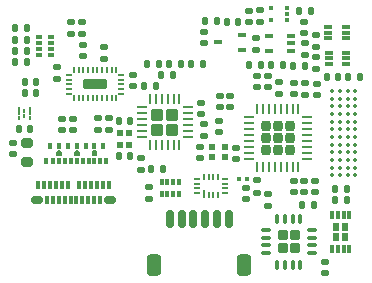
<source format=gbr>
G04 #@! TF.GenerationSoftware,KiCad,Pcbnew,5.99.0-unknown-r23941-4f651901*
G04 #@! TF.CreationDate,2020-11-30T00:39:06+01:00*
G04 #@! TF.ProjectId,sdrewire,73647265-7769-4726-952e-6b696361645f,rev?*
G04 #@! TF.SameCoordinates,PX70d1d60PY66b5f20*
G04 #@! TF.FileFunction,Paste,Top*
G04 #@! TF.FilePolarity,Positive*
%FSLAX46Y46*%
G04 Gerber Fmt 4.6, Leading zero omitted, Abs format (unit mm)*
G04 Created by KiCad (PCBNEW 5.99.0-unknown-r23941-4f651901) date 2020-11-30 00:39:06*
%MOMM*%
%LPD*%
G01*
G04 APERTURE LIST*
G04 Aperture macros list*
%AMRoundRect*
0 Rectangle with rounded corners*
0 $1 Rounding radius*
0 $2 $3 $4 $5 $6 $7 $8 $9 X,Y pos of 4 corners*
0 Add a 4 corners polygon primitive as box body*
4,1,4,$2,$3,$4,$5,$6,$7,$8,$9,$2,$3,0*
0 Add four circle primitives for the rounded corners*
1,1,$1+$1,$2,$3,0*
1,1,$1+$1,$4,$5,0*
1,1,$1+$1,$6,$7,0*
1,1,$1+$1,$8,$9,0*
0 Add four rect primitives between the rounded corners*
20,1,$1+$1,$2,$3,$4,$5,0*
20,1,$1+$1,$4,$5,$6,$7,0*
20,1,$1+$1,$6,$7,$8,$9,0*
20,1,$1+$1,$8,$9,$2,$3,0*%
G04 Aperture macros list end*
%ADD10RoundRect,0.135000X-0.135000X-0.185000X0.135000X-0.185000X0.135000X0.185000X-0.135000X0.185000X0*%
%ADD11RoundRect,0.140000X0.170000X-0.140000X0.170000X0.140000X-0.170000X0.140000X-0.170000X-0.140000X0*%
%ADD12RoundRect,0.150000X-0.150000X-0.625000X0.150000X-0.625000X0.150000X0.625000X-0.150000X0.625000X0*%
%ADD13RoundRect,0.250000X-0.350000X-0.650000X0.350000X-0.650000X0.350000X0.650000X-0.350000X0.650000X0*%
%ADD14RoundRect,0.250000X0.275000X-0.275000X0.275000X0.275000X-0.275000X0.275000X-0.275000X-0.275000X0*%
%ADD15RoundRect,0.062500X0.062500X-0.350000X0.062500X0.350000X-0.062500X0.350000X-0.062500X-0.350000X0*%
%ADD16RoundRect,0.062500X0.350000X-0.062500X0.350000X0.062500X-0.350000X0.062500X-0.350000X-0.062500X0*%
%ADD17RoundRect,0.140000X-0.170000X0.140000X-0.170000X-0.140000X0.170000X-0.140000X0.170000X0.140000X0*%
%AMFp18*
4,1,18,0.050000,0.250000,0.069134,0.246194,0.085355,0.235355,0.096194,0.219134,0.100000,0.200000,0.099999,-0.200000,0.096193,-0.219134,0.085354,-0.235355,0.069133,-0.246194,0.049999,-0.250000,-0.050000,-0.250000,-0.069134,-0.246194,-0.085355,-0.235355,-0.096194,-0.219134,-0.100000,-0.200000,-0.099999,0.160000,-0.009999,0.250000,0.050000,0.250000,0.050000,0.250000,$1*%
%ADD18Fp18,180.000000*%
%ADD19RoundRect,0.050000X0.050000X0.200000X-0.050000X0.200000X-0.050000X-0.200000X0.050000X-0.200000X0*%
%AMFp20*
4,1,18,0.096193,-0.219134,0.085354,-0.235355,0.069133,-0.246194,0.049999,-0.250000,-0.050000,-0.250000,-0.069134,-0.246194,-0.085355,-0.235355,-0.096194,-0.219134,-0.100000,-0.200000,-0.099999,0.200000,-0.096193,0.219134,-0.085354,0.235355,-0.069133,0.246194,-0.049999,0.250000,0.010000,0.250000,0.100000,0.160000,0.099999,-0.200000,0.096193,-0.219134,0.096193,-0.219134,$1*%
%ADD20Fp20,180.000000*%
%AMFp21*
4,1,18,0.050000,0.250000,0.069134,0.246194,0.085355,0.235354,0.096194,0.219133,0.100000,0.199999,0.099999,-0.200000,0.096193,-0.219134,0.085354,-0.235355,0.069133,-0.246194,0.049999,-0.250000,-0.050000,-0.250000,-0.069134,-0.246194,-0.085355,-0.235354,-0.096194,-0.219133,-0.100000,-0.199999,-0.099999,0.160000,-0.009999,0.250000,0.050000,0.250000,0.050000,0.250000,$1*%
%ADD21Fp21,270.000000*%
%ADD22RoundRect,0.050000X-0.200000X0.050000X-0.200000X-0.050000X0.200000X-0.050000X0.200000X0.050000X0*%
%AMFp23*
4,1,18,0.096193,-0.219134,0.085354,-0.235355,0.069133,-0.246194,0.049999,-0.250000,-0.050000,-0.250000,-0.069134,-0.246194,-0.085355,-0.235354,-0.096194,-0.219133,-0.100000,-0.199999,-0.099999,0.200000,-0.096193,0.219134,-0.085354,0.235355,-0.069133,0.246194,-0.049999,0.250000,0.010000,0.250000,0.100000,0.159999,0.099999,-0.200000,0.096193,-0.219134,0.096193,-0.219134,$1*%
%ADD23Fp23,270.000000*%
%AMFp24*
4,1,18,0.050000,0.250000,0.069134,0.246194,0.085355,0.235355,0.096194,0.219134,0.100000,0.200000,0.100000,-0.200000,0.096194,-0.219134,0.085355,-0.235355,0.069134,-0.246194,0.050000,-0.250000,-0.050000,-0.250000,-0.069134,-0.246194,-0.085355,-0.235355,-0.096194,-0.219134,-0.100000,-0.200000,-0.100000,0.160000,-0.010000,0.250000,0.050000,0.250000,0.050000,0.250000,$1*%
%ADD24Fp24,0.000000*%
%ADD25RoundRect,0.050000X-0.050000X-0.200000X0.050000X-0.200000X0.050000X0.200000X-0.050000X0.200000X0*%
%AMFp26*
4,1,18,0.096194,-0.219134,0.085355,-0.235355,0.069134,-0.246194,0.050000,-0.250000,-0.050000,-0.250000,-0.069134,-0.246194,-0.085355,-0.235355,-0.096194,-0.219134,-0.100000,-0.200000,-0.100000,0.200000,-0.096194,0.219134,-0.085355,0.235355,-0.069134,0.246194,-0.050000,0.250000,0.010000,0.250000,0.100000,0.160000,0.100000,-0.200000,0.096194,-0.219134,0.096194,-0.219134,$1*%
%ADD26Fp26,0.000000*%
%AMFp27*
4,1,18,0.050000,0.250000,0.069134,0.246194,0.085355,0.235355,0.096194,0.219134,0.100000,0.200000,0.099999,-0.200000,0.096193,-0.219134,0.085354,-0.235355,0.069133,-0.246194,0.049999,-0.250000,-0.050000,-0.250000,-0.069134,-0.246194,-0.085355,-0.235355,-0.096194,-0.219134,-0.100000,-0.200000,-0.099999,0.160000,-0.009999,0.250000,0.050000,0.250000,0.050000,0.250000,$1*%
%ADD27Fp27,90.000000*%
%ADD28RoundRect,0.050000X0.200000X-0.050000X0.200000X0.050000X-0.200000X0.050000X-0.200000X-0.050000X0*%
%AMFp29*
4,1,18,0.096193,-0.219134,0.085354,-0.235355,0.069133,-0.246194,0.049999,-0.250000,-0.050000,-0.250000,-0.069134,-0.246194,-0.085355,-0.235355,-0.096194,-0.219134,-0.100000,-0.200000,-0.099999,0.200000,-0.096193,0.219134,-0.085354,0.235355,-0.069133,0.246194,-0.049999,0.250000,0.010000,0.250000,0.100000,0.160000,0.099999,-0.200000,0.096193,-0.219134,0.096193,-0.219134,$1*%
%ADD29Fp29,90.000000*%
%ADD30RoundRect,0.076800X0.947200X-0.307200X0.947200X0.307200X-0.947200X0.307200X-0.947200X-0.307200X0*%
%ADD31RoundRect,0.140000X0.140000X0.170000X-0.140000X0.170000X-0.140000X-0.170000X0.140000X-0.170000X0*%
%ADD32R,0.700000X0.450000*%
%ADD33RoundRect,0.140000X-0.140000X-0.170000X0.140000X-0.170000X0.140000X0.170000X-0.140000X0.170000X0*%
%ADD34RoundRect,0.135000X0.135000X0.185000X-0.135000X0.185000X-0.135000X-0.185000X0.135000X-0.185000X0*%
%ADD35RoundRect,0.135000X-0.185000X0.135000X-0.185000X-0.135000X0.185000X-0.135000X0.185000X0.135000X0*%
%ADD36R,0.600000X0.500000*%
%ADD37R,0.700000X0.340000*%
%ADD38RoundRect,0.135000X0.185000X-0.135000X0.185000X0.135000X-0.185000X0.135000X-0.185000X-0.135000X0*%
%ADD39RoundRect,0.147500X-0.147500X-0.172500X0.147500X-0.172500X0.147500X0.172500X-0.147500X0.172500X0*%
%ADD40R,0.500000X0.400000*%
%ADD41R,0.500000X0.300000*%
%ADD42RoundRect,0.060000X-0.060000X-0.130000X0.060000X-0.130000X0.060000X0.130000X-0.060000X0.130000X0*%
%ADD43RoundRect,0.062500X-0.062500X-0.087500X0.062500X-0.087500X0.062500X0.087500X-0.062500X0.087500X0*%
%ADD44RoundRect,0.207500X-0.207500X-0.207500X0.207500X-0.207500X0.207500X0.207500X-0.207500X0.207500X0*%
%ADD45RoundRect,0.062500X-0.375000X-0.062500X0.375000X-0.062500X0.375000X0.062500X-0.375000X0.062500X0*%
%ADD46RoundRect,0.062500X-0.062500X-0.375000X0.062500X-0.375000X0.062500X0.375000X-0.062500X0.375000X0*%
%ADD47RoundRect,0.079500X0.079500X0.100500X-0.079500X0.100500X-0.079500X-0.100500X0.079500X-0.100500X0*%
%ADD48C,0.350000*%
%ADD49RoundRect,0.212500X0.212500X0.212500X-0.212500X0.212500X-0.212500X-0.212500X0.212500X-0.212500X0*%
%ADD50RoundRect,0.075000X0.350000X0.075000X-0.350000X0.075000X-0.350000X-0.075000X0.350000X-0.075000X0*%
%ADD51RoundRect,0.075000X0.075000X0.350000X-0.075000X0.350000X-0.075000X-0.350000X0.075000X-0.350000X0*%
%ADD52R,0.450000X0.500000*%
%ADD53R,0.300000X0.500000*%
%ADD54O,0.200000X0.700000*%
%ADD55O,0.200000X0.600000*%
%ADD56O,0.600000X0.200000*%
%ADD57RoundRect,0.200000X0.275000X-0.200000X0.275000X0.200000X-0.275000X0.200000X-0.275000X-0.200000X0*%
%ADD58R,0.500000X0.600000*%
%ADD59RoundRect,0.075000X-0.075000X-0.275000X0.075000X-0.275000X0.075000X0.275000X-0.075000X0.275000X0*%
%ADD60RoundRect,0.175000X-0.325000X-0.175000X0.325000X-0.175000X0.325000X0.175000X-0.325000X0.175000X0*%
%ADD61R,0.450000X0.300000*%
%ADD62R,0.580000X0.710000*%
%ADD63R,0.300000X0.750000*%
%ADD64R,0.650000X0.400000*%
%ADD65R,0.400000X0.500000*%
G04 APERTURE END LIST*
D10*
G04 #@! TO.C,R11*
X17090000Y21860000D03*
X18110000Y21860000D03*
G04 #@! TD*
D11*
G04 #@! TO.C,C40*
X21730000Y21830000D03*
X21730000Y22790000D03*
G04 #@! TD*
D12*
G04 #@! TO.C,J2*
X14100000Y5120000D03*
X15100000Y5120000D03*
X16100000Y5120000D03*
X17100000Y5120000D03*
X18100000Y5120000D03*
X19100000Y5120000D03*
D13*
X12800000Y1245000D03*
X20400000Y1245000D03*
G04 #@! TD*
D14*
G04 #@! TO.C,U4*
X14320000Y12680000D03*
X13020000Y12680000D03*
X13020000Y13980000D03*
X14320000Y13980000D03*
D15*
X12420000Y11392500D03*
X12920000Y11392500D03*
X13420000Y11392500D03*
X13920000Y11392500D03*
X14420000Y11392500D03*
X14920000Y11392500D03*
D16*
X15607500Y12080000D03*
X15607500Y12580000D03*
X15607500Y13080000D03*
X15607500Y13580000D03*
X15607500Y14080000D03*
X15607500Y14580000D03*
D15*
X14920000Y15267500D03*
X14420000Y15267500D03*
X13920000Y15267500D03*
X13420000Y15267500D03*
X12920000Y15267500D03*
X12420000Y15267500D03*
D16*
X11732500Y14580000D03*
X11732500Y14080000D03*
X11732500Y13580000D03*
X11732500Y13080000D03*
X11732500Y12580000D03*
X11732500Y12080000D03*
G04 #@! TD*
D17*
G04 #@! TO.C,C51*
X22450000Y17240000D03*
X22450000Y16280000D03*
G04 #@! TD*
D11*
G04 #@! TO.C,C6*
X8010000Y12700000D03*
X8010000Y13660000D03*
G04 #@! TD*
D17*
G04 #@! TO.C,C38*
X20570000Y7790000D03*
X20570000Y6830000D03*
G04 #@! TD*
D18*
G04 #@! TO.C,U2*
X9580000Y17740000D03*
D19*
X9180000Y17740000D03*
X8780000Y17740000D03*
X8380000Y17740000D03*
X7980000Y17740000D03*
X7580000Y17740000D03*
X7180000Y17740000D03*
X6780000Y17740000D03*
X6380000Y17740000D03*
D20*
X5980000Y17740000D03*
D21*
X5580000Y17340000D03*
D22*
X5580000Y16940000D03*
X5580000Y16540000D03*
X5580000Y16140000D03*
D23*
X5580000Y15740000D03*
D24*
X5980000Y15340000D03*
D25*
X6380000Y15340000D03*
X6780000Y15340000D03*
X7180000Y15340000D03*
X7580000Y15340000D03*
X7980000Y15340000D03*
X8380000Y15340000D03*
X8780000Y15340000D03*
X9180000Y15340000D03*
D26*
X9580000Y15340000D03*
D27*
X9980000Y15740000D03*
D28*
X9980000Y16140000D03*
X9980000Y16540000D03*
X9980000Y16940000D03*
D29*
X9980000Y17340000D03*
D30*
X7780000Y16540000D03*
G04 #@! TD*
D31*
G04 #@! TO.C,C42*
X19920000Y21850000D03*
X18960000Y21850000D03*
G04 #@! TD*
D10*
G04 #@! TO.C,R10*
X29190000Y17170000D03*
X30210000Y17170000D03*
G04 #@! TD*
D32*
G04 #@! TO.C,Q2*
X20190000Y19440000D03*
X20190000Y20740000D03*
X18190000Y20090000D03*
G04 #@! TD*
D11*
G04 #@! TO.C,C8*
X5950455Y12669654D03*
X5950455Y13629654D03*
G04 #@! TD*
D33*
G04 #@! TO.C,C10*
X1840000Y16740000D03*
X2800000Y16740000D03*
G04 #@! TD*
D34*
G04 #@! TO.C,R1*
X13210000Y18260000D03*
X12190000Y18260000D03*
G04 #@! TD*
D35*
G04 #@! TO.C,R6*
X8560000Y19730000D03*
X8560000Y18710000D03*
G04 #@! TD*
D36*
G04 #@! TO.C,Y2*
X17670000Y10400000D03*
X18770000Y10400000D03*
X18770000Y11200000D03*
X17670000Y11200000D03*
G04 #@! TD*
D10*
G04 #@! TO.C,R24*
X24550000Y18120000D03*
X25570000Y18120000D03*
G04 #@! TD*
D37*
G04 #@! TO.C,Q1*
X27550000Y19230000D03*
X27550000Y18730000D03*
X27550000Y18230000D03*
X29050000Y18230000D03*
X29050000Y18730000D03*
X29050000Y19230000D03*
G04 #@! TD*
D10*
G04 #@! TO.C,R9*
X25020000Y22740000D03*
X26040000Y22740000D03*
G04 #@! TD*
D17*
G04 #@! TO.C,C37*
X22420000Y7230000D03*
X22420000Y6270000D03*
G04 #@! TD*
D11*
G04 #@! TO.C,C44*
X25510000Y20880000D03*
X25510000Y21840000D03*
G04 #@! TD*
D38*
G04 #@! TO.C,R3*
X11650000Y9300000D03*
X11650000Y10320000D03*
G04 #@! TD*
D11*
G04 #@! TO.C,C9*
X8930000Y12700000D03*
X8930000Y13660000D03*
G04 #@! TD*
D39*
G04 #@! TO.C,D1*
X1040000Y21270000D03*
X2010000Y21270000D03*
G04 #@! TD*
D17*
G04 #@! TO.C,C50*
X21530000Y17240000D03*
X21530000Y16280000D03*
G04 #@! TD*
D33*
G04 #@! TO.C,C7*
X1840000Y15820000D03*
X2800000Y15820000D03*
G04 #@! TD*
G04 #@! TO.C,C57*
X28120000Y6730000D03*
X29080000Y6730000D03*
G04 #@! TD*
D11*
G04 #@! TO.C,C55*
X24630000Y15720000D03*
X24630000Y16680000D03*
G04 #@! TD*
D40*
G04 #@! TO.C,RN1*
X3025000Y20530000D03*
D41*
X3025000Y20030000D03*
X3025000Y19530000D03*
D40*
X3025000Y19030000D03*
X4025000Y19030000D03*
D41*
X4025000Y19530000D03*
X4025000Y20030000D03*
D40*
X4025000Y20530000D03*
G04 #@! TD*
D31*
G04 #@! TO.C,C46*
X28380000Y17160000D03*
X27420000Y17160000D03*
G04 #@! TD*
D42*
G04 #@! TO.C,U1*
X1780000Y13845000D03*
X1780000Y14315000D03*
D43*
X1305000Y14480000D03*
X1305000Y14080000D03*
X1305000Y13680000D03*
X2255000Y13680000D03*
X2255000Y14080000D03*
X2255000Y14480000D03*
G04 #@! TD*
D10*
G04 #@! TO.C,R8*
X11890000Y16430000D03*
X12910000Y16430000D03*
G04 #@! TD*
D35*
G04 #@! TO.C,R29*
X21370000Y20480000D03*
X21370000Y19460000D03*
G04 #@! TD*
D37*
G04 #@! TO.C,Q3*
X27530000Y21420000D03*
X27530000Y20920000D03*
X27530000Y20420000D03*
X29030000Y20420000D03*
X29030000Y20920000D03*
X29030000Y21420000D03*
G04 #@! TD*
D34*
G04 #@! TO.C,R2*
X14340000Y17310000D03*
X13320000Y17310000D03*
G04 #@! TD*
D38*
G04 #@! TO.C,R31*
X21490000Y7380000D03*
X21490000Y8400000D03*
G04 #@! TD*
D10*
G04 #@! TO.C,R37*
X22690000Y18140000D03*
X23710000Y18140000D03*
G04 #@! TD*
D17*
G04 #@! TO.C,C49*
X25590000Y16630000D03*
X25590000Y15670000D03*
G04 #@! TD*
D39*
G04 #@! TO.C,D2*
X1035000Y20320000D03*
X2005000Y20320000D03*
G04 #@! TD*
D11*
G04 #@! TO.C,C45*
X17040000Y20000000D03*
X17040000Y20960000D03*
G04 #@! TD*
G04 #@! TO.C,C19*
X19720000Y10220000D03*
X19720000Y11180000D03*
G04 #@! TD*
D33*
G04 #@! TO.C,C3*
X1300000Y12720000D03*
X2260000Y12720000D03*
G04 #@! TD*
D11*
G04 #@! TO.C,C2*
X790000Y10640000D03*
X790000Y11600000D03*
G04 #@! TD*
D38*
G04 #@! TO.C,R28*
X25520000Y19010000D03*
X25520000Y20030000D03*
G04 #@! TD*
D44*
G04 #@! TO.C,U14*
X24280000Y12005000D03*
X23250000Y13035000D03*
X22220000Y10975000D03*
X22220000Y13035000D03*
X23250000Y12005000D03*
X24280000Y10975000D03*
X22220000Y12005000D03*
X24280000Y13035000D03*
X23250000Y10975000D03*
D45*
X20812500Y13755000D03*
X20812500Y13255000D03*
X20812500Y12755000D03*
X20812500Y12255000D03*
X20812500Y11755000D03*
X20812500Y11255000D03*
X20812500Y10755000D03*
X20812500Y10255000D03*
D46*
X21500000Y9567500D03*
X22000000Y9567500D03*
X22500000Y9567500D03*
X23000000Y9567500D03*
X23500000Y9567500D03*
X24000000Y9567500D03*
X24500000Y9567500D03*
X25000000Y9567500D03*
D45*
X25687500Y10255000D03*
X25687500Y10755000D03*
X25687500Y11255000D03*
X25687500Y11755000D03*
X25687500Y12255000D03*
X25687500Y12755000D03*
X25687500Y13255000D03*
X25687500Y13755000D03*
D46*
X25000000Y14442500D03*
X24500000Y14442500D03*
X24000000Y14442500D03*
X23500000Y14442500D03*
X23000000Y14442500D03*
X22500000Y14442500D03*
X22000000Y14442500D03*
X21500000Y14442500D03*
G04 #@! TD*
D17*
G04 #@! TO.C,C11*
X19240000Y15550000D03*
X19240000Y14590000D03*
G04 #@! TD*
D47*
G04 #@! TO.C,C48*
X20665000Y8550000D03*
X19975000Y8550000D03*
G04 #@! TD*
D48*
G04 #@! TO.C,U12*
X29825000Y8830000D03*
X29175000Y8830000D03*
X28525000Y8830000D03*
X27875000Y8830000D03*
X29825000Y9480000D03*
X29175000Y9480000D03*
X28525000Y9480000D03*
X27875000Y9480000D03*
X29825000Y10130000D03*
X29175000Y10130000D03*
X28525000Y10130000D03*
X27875000Y10130000D03*
X29825000Y10780000D03*
X29175000Y10780000D03*
X28525000Y10780000D03*
X27875000Y10780000D03*
X29825000Y11430000D03*
X29175000Y11430000D03*
X28525000Y11430000D03*
X27875000Y11430000D03*
X29825000Y12080000D03*
X29175000Y12080000D03*
X28525000Y12080000D03*
X27875000Y12080000D03*
X29825000Y12730000D03*
X29175000Y12730000D03*
X28525000Y12730000D03*
X27875000Y12730000D03*
X29825000Y13380000D03*
X29175000Y13380000D03*
X28525000Y13380000D03*
X27875000Y13380000D03*
X29825000Y14030000D03*
X29175000Y14030000D03*
X28525000Y14030000D03*
X27875000Y14030000D03*
X29825000Y14680000D03*
X29175000Y14680000D03*
X28525000Y14680000D03*
X27875000Y14680000D03*
X29825000Y15330000D03*
X29175000Y15330000D03*
X28525000Y15330000D03*
X27875000Y15330000D03*
X29825000Y15980000D03*
X29175000Y15980000D03*
X28525000Y15980000D03*
X27875000Y15980000D03*
G04 #@! TD*
D17*
G04 #@! TO.C,C21*
X6790000Y19880000D03*
X6790000Y18920000D03*
G04 #@! TD*
D49*
G04 #@! TO.C,U7*
X23655000Y3745000D03*
X23655000Y2695000D03*
X24705000Y3745000D03*
X24705000Y2695000D03*
D50*
X26130000Y2245000D03*
X26130000Y2895000D03*
X26130000Y3545000D03*
X26130000Y4195000D03*
D51*
X25155000Y5170000D03*
X24505000Y5170000D03*
X23855000Y5170000D03*
X23205000Y5170000D03*
D50*
X22230000Y4195000D03*
X22230000Y3545000D03*
X22230000Y2895000D03*
X22230000Y2245000D03*
D51*
X23205000Y1270000D03*
X23855000Y1270000D03*
X24505000Y1270000D03*
X25155000Y1270000D03*
G04 #@! TD*
D52*
G04 #@! TO.C,U3*
X3655000Y10040000D03*
D53*
X4230000Y10040000D03*
X4730000Y10040000D03*
X5230000Y10040000D03*
X5730000Y10040000D03*
X6230000Y10040000D03*
X6730000Y10040000D03*
X7230000Y10040000D03*
X7730000Y10040000D03*
X8230000Y10040000D03*
X8730000Y10040000D03*
X8480000Y11340000D03*
X7730000Y11340000D03*
X6980000Y11340000D03*
X6230000Y11340000D03*
X5480000Y11340000D03*
X4730000Y11340000D03*
X3980000Y11340000D03*
G36*
X4980000Y10790000D02*
G01*
X4980000Y10440000D01*
X4480000Y10440000D01*
X4480000Y10790000D01*
X4630000Y10940000D01*
X4830000Y10940000D01*
X4980000Y10790000D01*
G37*
G36*
X6480000Y10790000D02*
G01*
X6480000Y10440000D01*
X5980000Y10440000D01*
X5980000Y10790000D01*
X6130000Y10940000D01*
X6330000Y10940000D01*
X6480000Y10790000D01*
G37*
G36*
X7980000Y10790000D02*
G01*
X7980000Y10440000D01*
X7480000Y10440000D01*
X7480000Y10790000D01*
X7630000Y10940000D01*
X7830000Y10940000D01*
X7980000Y10790000D01*
G37*
G04 #@! TD*
D11*
G04 #@! TO.C,C62*
X12350000Y6850000D03*
X12350000Y7810000D03*
G04 #@! TD*
D54*
G04 #@! TO.C,U5*
X17000000Y7230000D03*
D55*
X17400000Y7130000D03*
X17800000Y7130000D03*
X18200000Y7130000D03*
D56*
X18800000Y7330000D03*
X18800000Y7730000D03*
X18800000Y8130000D03*
X18800000Y8530000D03*
D55*
X18200000Y8730000D03*
X17800000Y8730000D03*
X17400000Y8730000D03*
X17000000Y8730000D03*
D56*
X16400000Y8530000D03*
X16400000Y8130000D03*
X16400000Y7730000D03*
X16400000Y7330000D03*
G04 #@! TD*
D11*
G04 #@! TO.C,C53*
X26375000Y7400000D03*
X26375000Y8360000D03*
G04 #@! TD*
D17*
G04 #@! TO.C,C52*
X18270000Y13430000D03*
X18270000Y12470000D03*
G04 #@! TD*
G04 #@! TO.C,C16*
X16740000Y14970000D03*
X16740000Y14010000D03*
G04 #@! TD*
G04 #@! TO.C,C13*
X18315000Y15550000D03*
X18315000Y14590000D03*
G04 #@! TD*
D34*
G04 #@! TO.C,R4*
X16930000Y18300000D03*
X15910000Y18300000D03*
G04 #@! TD*
D57*
G04 #@! TO.C,FB2*
X1990000Y9955000D03*
X1990000Y11605000D03*
G04 #@! TD*
D33*
G04 #@! TO.C,C4*
X9800000Y13410000D03*
X10760000Y13410000D03*
G04 #@! TD*
D17*
G04 #@! TO.C,C20*
X16700000Y11270000D03*
X16700000Y10310000D03*
G04 #@! TD*
D10*
G04 #@! TO.C,R30*
X20820000Y18140000D03*
X21840000Y18140000D03*
G04 #@! TD*
D39*
G04 #@! TO.C,D3*
X1035000Y18430000D03*
X2005000Y18430000D03*
G04 #@! TD*
D58*
G04 #@! TO.C,Y1*
X9870000Y12460000D03*
X9870000Y11360000D03*
X10670000Y11360000D03*
X10670000Y12460000D03*
G04 #@! TD*
D33*
G04 #@! TO.C,C18*
X12550000Y9410000D03*
X13510000Y9410000D03*
G04 #@! TD*
D11*
G04 #@! TO.C,C47*
X25450000Y7400000D03*
X25450000Y8360000D03*
G04 #@! TD*
D31*
G04 #@! TO.C,C15*
X10770000Y10490000D03*
X9810000Y10490000D03*
G04 #@! TD*
D11*
G04 #@! TO.C,C14*
X5730000Y20840000D03*
X5730000Y21800000D03*
G04 #@! TD*
G04 #@! TO.C,C56*
X26530000Y15640000D03*
X26530000Y16600000D03*
G04 #@! TD*
G04 #@! TO.C,C12*
X6630000Y20840000D03*
X6630000Y21800000D03*
G04 #@! TD*
D59*
G04 #@! TO.C,J1*
X2950000Y8040000D03*
X3450000Y8040000D03*
X3950000Y8040000D03*
X4450000Y8040000D03*
X4950000Y8040000D03*
X5450000Y8040000D03*
X6450000Y8040000D03*
X6950000Y8040000D03*
X7450000Y8040000D03*
X7950000Y8040000D03*
X8450000Y8040000D03*
X8950000Y8040000D03*
D60*
X9050000Y6730000D03*
D59*
X8200000Y6730000D03*
X7700000Y6730000D03*
X7200000Y6730000D03*
X6700000Y6730000D03*
X6200000Y6730000D03*
X5700000Y6730000D03*
X5200000Y6730000D03*
X4700000Y6730000D03*
X4200000Y6730000D03*
X3700000Y6730000D03*
D60*
X2850000Y6730000D03*
G04 #@! TD*
D61*
G04 #@! TO.C,U11*
X24070000Y22000000D03*
X24070000Y22500000D03*
X24070000Y23000000D03*
X22670000Y23000000D03*
X22670000Y22000000D03*
G04 #@! TD*
D35*
G04 #@! TO.C,R7*
X4570000Y18030000D03*
X4570000Y17010000D03*
G04 #@! TD*
D11*
G04 #@! TO.C,C54*
X24610000Y7390000D03*
X24610000Y8350000D03*
G04 #@! TD*
D10*
G04 #@! TO.C,R12*
X25320000Y6360000D03*
X26340000Y6360000D03*
G04 #@! TD*
D35*
G04 #@! TO.C,R26*
X26460000Y18830000D03*
X26460000Y17810000D03*
G04 #@! TD*
D38*
G04 #@! TO.C,R25*
X26450000Y19670000D03*
X26450000Y20690000D03*
G04 #@! TD*
D39*
G04 #@! TO.C,D4*
X1035000Y19370000D03*
X2005000Y19370000D03*
G04 #@! TD*
D10*
G04 #@! TO.C,R5*
X14060000Y18300000D03*
X15080000Y18300000D03*
G04 #@! TD*
D17*
G04 #@! TO.C,C17*
X16964667Y13139535D03*
X16964667Y12179535D03*
G04 #@! TD*
D11*
G04 #@! TO.C,C43*
X20810000Y21820000D03*
X20810000Y22780000D03*
G04 #@! TD*
G04 #@! TO.C,C39*
X27270000Y570000D03*
X27270000Y1530000D03*
G04 #@! TD*
D62*
G04 #@! TO.C,U15*
X28932500Y3612500D03*
X28932500Y4487500D03*
X28207500Y4487500D03*
X28207500Y3612500D03*
D63*
X27820000Y2600000D03*
X28320000Y2600000D03*
X28820000Y2600000D03*
X29320000Y2600000D03*
X29320000Y5500000D03*
X28820000Y5500000D03*
X28320000Y5500000D03*
X27820000Y5500000D03*
G04 #@! TD*
D64*
G04 #@! TO.C,U13*
X24390000Y19350000D03*
X24390000Y20000000D03*
X24390000Y20650000D03*
X22490000Y20650000D03*
X22490000Y19350000D03*
G04 #@! TD*
D65*
G04 #@! TO.C,RN2*
X13410000Y7240000D03*
D53*
X13910000Y7240000D03*
X14410000Y7240000D03*
D65*
X14910000Y7240000D03*
X14910000Y8240000D03*
D53*
X14410000Y8240000D03*
X13910000Y8240000D03*
D65*
X13410000Y8240000D03*
G04 #@! TD*
D17*
G04 #@! TO.C,C1*
X10970000Y17340000D03*
X10970000Y16380000D03*
G04 #@! TD*
D35*
G04 #@! TO.C,R39*
X23390000Y16720000D03*
X23390000Y15700000D03*
G04 #@! TD*
D33*
G04 #@! TO.C,C41*
X28120000Y7640000D03*
X29080000Y7640000D03*
G04 #@! TD*
D11*
G04 #@! TO.C,C5*
X5020001Y12669999D03*
X5020001Y13629999D03*
G04 #@! TD*
M02*

</source>
